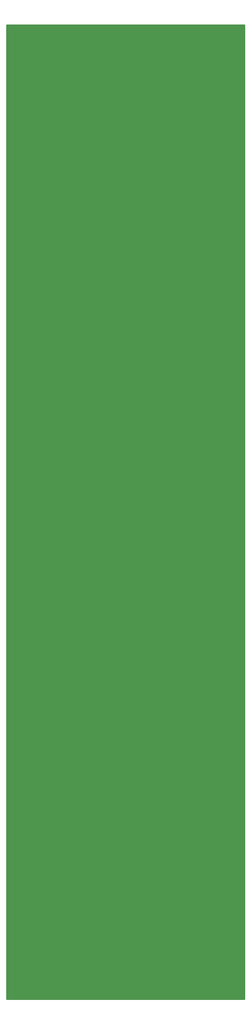
<source format=gbr>
%TF.GenerationSoftware,KiCad,Pcbnew,(5.1.9)-1*%
%TF.CreationDate,2021-06-03T21:33:33+01:00*%
%TF.ProjectId,SpreaderPanel,53707265-6164-4657-9250-616e656c2e6b,rev?*%
%TF.SameCoordinates,Original*%
%TF.FileFunction,Copper,L2,Bot*%
%TF.FilePolarity,Positive*%
%FSLAX46Y46*%
G04 Gerber Fmt 4.6, Leading zero omitted, Abs format (unit mm)*
G04 Created by KiCad (PCBNEW (5.1.9)-1) date 2021-06-03 21:33:33*
%MOMM*%
%LPD*%
G01*
G04 APERTURE LIST*
%TA.AperFunction,ComponentPad*%
%ADD10O,6.800000X4.000000*%
%TD*%
%TA.AperFunction,ComponentPad*%
%ADD11C,14.000000*%
%TD*%
%TA.AperFunction,ComponentPad*%
%ADD12C,9.000000*%
%TD*%
%TA.AperFunction,Conductor*%
%ADD13C,0.254000*%
%TD*%
%TA.AperFunction,Conductor*%
%ADD14C,0.100000*%
%TD*%
G04 APERTURE END LIST*
D10*
%TO.P,REF\u002A\u002A,1*%
%TO.N,GND*%
X106273000Y-222810000D03*
%TD*%
%TO.P,REF\u002A\u002A,1*%
%TO.N,GND*%
X147273000Y-222810000D03*
%TD*%
%TO.P,REF\u002A\u002A,1*%
%TO.N,GND*%
X147273000Y-28810000D03*
%TD*%
%TO.P,REF\u002A\u002A,1*%
%TO.N,GND*%
X106273000Y-28810000D03*
%TD*%
D11*
%TO.P,REF\u002A\u002A,1*%
%TO.N,GND*%
X126873000Y-170810000D03*
%TD*%
%TO.P,REF\u002A\u002A,1*%
%TO.N,GND*%
X116873000Y-190810000D03*
%TD*%
%TO.P,REF\u002A\u002A,1*%
%TO.N,GND*%
X136873000Y-190810000D03*
%TD*%
%TO.P,REF\u002A\u002A,1*%
%TO.N,GND*%
X136873000Y-210810000D03*
%TD*%
%TO.P,REF\u002A\u002A,1*%
%TO.N,GND*%
X116873000Y-210810000D03*
%TD*%
D12*
%TO.P,REF\u002A\u002A,1*%
%TO.N,GND*%
X126873000Y-72466200D03*
%TD*%
%TO.P,REF\u002A\u002A,1*%
%TO.N,GND*%
X126878080Y-126009400D03*
%TD*%
D13*
%TO.N,GND*%
X151213001Y-225150000D02*
X102533000Y-225150000D01*
X102533000Y-26470000D01*
X151213000Y-26470000D01*
X151213001Y-225150000D01*
%TA.AperFunction,Conductor*%
D14*
G36*
X151213001Y-225150000D02*
G01*
X102533000Y-225150000D01*
X102533000Y-26470000D01*
X151213000Y-26470000D01*
X151213001Y-225150000D01*
G37*
%TD.AperFunction*%
%TD*%
M02*

</source>
